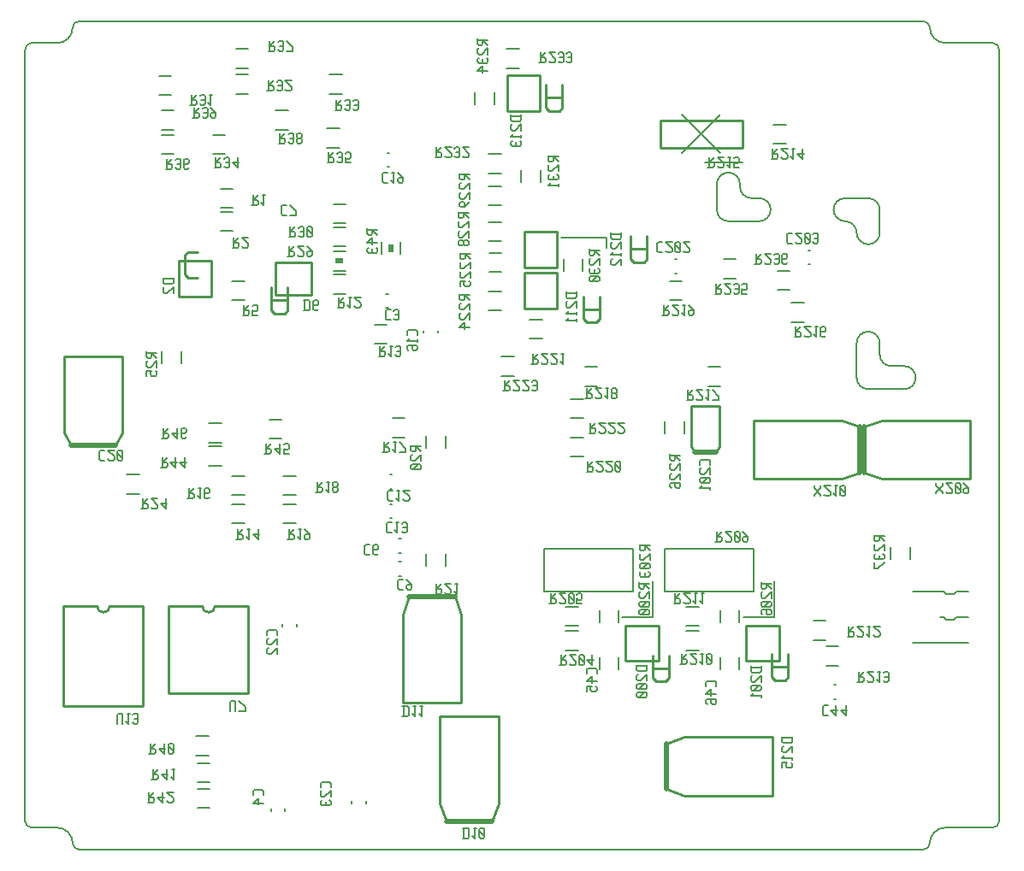
<source format=gbr>
G04 start of page 12 for group -4078 idx -4078 *
G04 Title: (unknown), bottomsilk *
G04 Creator: pcb 20091103 *
G04 CreationDate: Sun Apr 21 07:43:03 2024 UTC *
G04 For: bh *
G04 Format: Gerber/RS-274X *
G04 PCB-Dimensions: 560000 580000 *
G04 PCB-Coordinate-Origin: lower left *
%MOIN*%
%FSLAX25Y25*%
%LNBOTTOMSILK*%
%ADD11C,0.0200*%
%ADD13C,0.0100*%
%ADD52C,0.0060*%
%ADD56C,0.0102*%
%ADD89C,0.0080*%
G54D11*G36*
X207500Y337000D02*X209500D01*
Y334000D01*
X207500D01*
Y337000D01*
G37*
G36*
X187000Y331500D02*X190000D01*
Y329500D01*
X187000D01*
Y331500D01*
G37*
G54D52*X322000Y372500D02*X337000Y387500D01*
Y372500D02*X322000Y387500D01*
X331000Y369000D02*X345500D01*
X275000Y339500D02*X292500D01*
Y335500D01*
X422500Y191500D02*X424000D01*
X425000Y190500D01*
X428000D01*
X412000Y181500D02*X433500D01*
X428000Y190500D02*X429000Y191500D01*
X433500D01*
X298500D02*X310500D01*
X346000D02*X358000D01*
X412000Y201500D02*X424000D01*
X425000Y200500D01*
X428000D01*
X429000Y201500D01*
X433500D01*
X310500Y191500D02*Y205500D01*
X358000Y191500D02*Y205500D01*
G54D56*X310500Y167810D02*Y176700D01*
Y167810D02*X311770Y166540D01*
X315580D01*
X316850Y167810D01*
Y176700D01*
X310500Y171620D02*X316850D01*
X357000Y168310D02*Y177200D01*
Y168310D02*X358270Y167040D01*
X362080D01*
X363350Y168310D01*
Y177200D01*
X357000Y172120D02*X363350D01*
X269000Y390310D02*Y399200D01*
Y390310D02*X270270Y389040D01*
X274080D01*
X275350Y390310D01*
Y399200D01*
X269000Y394120D02*X275350D01*
X302000Y331310D02*Y340200D01*
Y331310D02*X303270Y330040D01*
X307080D01*
X308350Y331310D01*
Y340200D01*
X302000Y335120D02*X308350D01*
X283500Y307810D02*Y316700D01*
Y307810D02*X284770Y306540D01*
X288580D01*
X289850Y307810D01*
Y316700D01*
X283500Y311620D02*X289850D01*
X162000Y311310D02*Y320200D01*
Y311310D02*X163270Y310040D01*
X167080D01*
X168350Y311310D01*
Y320200D01*
X162000Y315120D02*X168350D01*
X129370Y334100D02*X133180D01*
X128100Y332830D02*X129370Y334100D01*
X128100Y325210D02*Y332830D01*
Y325210D02*X129370Y323940D01*
X133180D01*
G54D13*X313600Y374600D02*Y385400D01*
X345400D01*
Y374600D01*
X313600D01*
G54D89*X357638Y383740D02*X362362D01*
X357638Y376260D02*X362362D01*
X364638Y314240D02*X369362D01*
X364638Y306760D02*X369362D01*
X371107Y329245D02*X371893D01*
X371107Y334755D02*X371893D01*
X338138Y331240D02*X342862D01*
X338138Y323760D02*X342862D01*
X359138Y319260D02*X363862D01*
X359138Y326740D02*X363862D01*
X317138Y322740D02*X321862D01*
X317138Y315260D02*X321862D01*
X278638Y261740D02*X283362D01*
X278638Y254260D02*X283362D01*
X278638Y276740D02*X283362D01*
X278638Y269260D02*X283362D01*
X222260Y262362D02*Y257638D01*
X229740Y262362D02*Y257638D01*
X246638Y345740D02*X251362D01*
X246638Y338260D02*X251362D01*
G54D13*X260500Y328000D02*Y341900D01*
X273300D01*
Y328000D01*
X260500D01*
Y312000D02*Y325900D01*
X273300D01*
Y312000D01*
X260500D01*
G54D89*X283240Y331362D02*Y326638D01*
X275760Y331362D02*Y326638D01*
X276638Y178760D02*X281362D01*
X276638Y186240D02*X281362D01*
X276638Y188260D02*X281362D01*
X276638Y195740D02*X281362D01*
X284138Y289240D02*X288862D01*
X284138Y281760D02*X288862D01*
X268100Y218300D02*Y201700D01*
Y218300D02*X302900D01*
Y201700D01*
X268100D02*X302900D01*
X297240Y175862D02*Y171138D01*
X289760Y175862D02*Y171138D01*
X266740Y365862D02*Y361138D01*
X259260Y365862D02*Y361138D01*
X246638Y364760D02*X251362D01*
X246638Y372240D02*X251362D01*
G54D13*X266500Y403000D02*Y389100D01*
X253700D02*X266500D01*
X253700Y403000D02*Y389100D01*
Y403000D02*X266500D01*
G54D89*X248740Y396362D02*Y391638D01*
X241260Y396362D02*Y391638D01*
X253638Y405760D02*X258362D01*
X253638Y413240D02*X258362D01*
G54D11*X326700Y255900D02*X335300D01*
G54D13*X326700D02*X325500Y258300D01*
Y274100D02*Y258300D01*
Y274100D02*X336500D01*
Y258300D01*
X335300Y255900D01*
G54D89*X332138Y281760D02*X336862D01*
X332138Y289240D02*X336862D01*
X315260Y267862D02*Y263138D01*
X322740Y267862D02*Y263138D01*
X344240Y194362D02*Y189638D01*
X336760Y194362D02*Y189638D01*
X315100Y218300D02*Y201700D01*
Y218300D02*X349900D01*
Y201700D01*
X315100D02*X349900D01*
X410740Y218862D02*Y214138D01*
X403260Y218862D02*Y214138D01*
X373138Y182760D02*X377862D01*
X373138Y190240D02*X377862D01*
X378138Y172760D02*X382862D01*
X378138Y180240D02*X382862D01*
G54D11*X392900Y265900D02*Y248100D01*
G54D13*Y265900D02*X399900Y268400D01*
X434100D01*
Y245600D01*
X399900D02*X434100D01*
X399900D02*X392900Y248100D01*
X347000Y174500D02*Y188400D01*
X359800D01*
Y174500D01*
X347000D01*
G54D89*X381107Y159745D02*X381893D01*
X381107Y165255D02*X381893D01*
X323638Y188260D02*X328362D01*
X323638Y195740D02*X328362D01*
X323638Y178760D02*X328362D01*
X323638Y186240D02*X328362D01*
G54D13*X300000Y174500D02*Y188400D01*
X312800D01*
Y174500D01*
X300000D01*
G54D89*X297240Y194362D02*Y189638D01*
X289760Y194362D02*Y189638D01*
X344240Y175862D02*Y171138D01*
X336760Y175862D02*Y171138D01*
G54D11*X315900Y124600D02*Y142400D01*
G54D13*X322900Y144900D01*
X357100D01*
Y122100D01*
X322900D01*
X315900Y124600D01*
G54D11*X391100Y265900D02*Y248100D01*
G54D13*X384100Y245600D01*
X349900D02*X384100D01*
X349900Y268400D02*Y245600D01*
Y268400D02*X384100D01*
X391100Y265900D01*
G54D11*X215600Y199600D02*X233400D01*
G54D13*X235900Y192600D01*
Y158400D01*
X213100D02*X235900D01*
X213100Y192600D02*Y158400D01*
Y192600D02*X215600Y199600D01*
G54D11*X230100Y111900D02*X247900D01*
G54D13*X230100D02*X227600Y118900D01*
Y153100D02*Y118900D01*
Y153100D02*X250400D01*
Y118900D01*
X247900Y111900D01*
G54D89*X229740Y216362D02*Y211638D01*
X222260Y216362D02*Y211638D01*
X211607Y207745D02*X212393D01*
X211607Y213255D02*X212393D01*
X211607Y216745D02*X212393D01*
X211607Y222255D02*X212393D01*
X208107Y230245D02*X208893D01*
X208107Y235755D02*X208893D01*
X208107Y241745D02*X208893D01*
X208107Y247255D02*X208893D01*
X198755Y119893D02*Y119107D01*
X193245Y119893D02*Y119107D01*
X161745Y116893D02*Y116107D01*
X167255Y116893D02*Y116107D01*
G54D13*X153000Y196000D02*Y162000D01*
X122000D02*X153000D01*
X122000Y196000D02*Y162000D01*
X140000Y196000D02*X153000D01*
X122000D02*X135000D01*
G75*G03X140000Y196000I2500J0D01*G01*
X112000D02*Y157000D01*
X81000D02*X112000D01*
X81000Y196000D02*Y157000D01*
X99000Y196000D02*X112000D01*
X81000D02*X94000D01*
G75*G03X99000Y196000I2500J0D01*G01*
G54D89*X132638Y145240D02*X137362D01*
X132638Y137760D02*X137362D01*
X133138Y117260D02*X137862D01*
X133138Y124740D02*X137862D01*
X133138Y127260D02*X137862D01*
X133138Y134740D02*X137862D01*
X166245Y188893D02*Y188107D01*
X171755Y188893D02*Y188107D01*
X105638Y239760D02*X110362D01*
X105638Y247240D02*X110362D01*
X146638Y228260D02*X151362D01*
X146638Y235740D02*X151362D01*
X166638D02*X171362D01*
X166638Y228260D02*X171362D01*
X166638Y239260D02*X171362D01*
X166638Y246740D02*X171362D01*
X137638Y258240D02*X142362D01*
X137638Y250760D02*X142362D01*
X146638Y246740D02*X151362D01*
X146638Y239260D02*X151362D01*
X246638Y318740D02*X251362D01*
X246638Y311260D02*X251362D01*
X246745Y326217D02*X251469D01*
X246745Y333697D02*X251469D01*
X246638Y352260D02*X251362D01*
X246638Y359740D02*X251362D01*
X319107Y331255D02*X319893D01*
X319107Y325745D02*X319893D01*
X186138Y334240D02*X190862D01*
X186138Y326760D02*X190862D01*
X262638Y300260D02*X267362D01*
X262638Y307740D02*X267362D01*
X251638Y285760D02*X256362D01*
X251638Y293240D02*X256362D01*
X212240Y337862D02*Y333138D01*
X204760Y337862D02*Y333138D01*
X118138Y395260D02*X122862D01*
X118138Y402740D02*X122862D01*
X183638Y374760D02*X188362D01*
X183638Y382240D02*X188362D01*
X139138Y372260D02*X143862D01*
X139138Y379740D02*X143862D01*
X119138Y389240D02*X123862D01*
X119138Y381760D02*X123862D01*
X148138Y403240D02*X152862D01*
X148138Y395760D02*X152862D01*
X148138Y405760D02*X152862D01*
X148138Y413240D02*X152862D01*
X163638Y389240D02*X168362D01*
X163638Y381760D02*X168362D01*
X184638Y403240D02*X189362D01*
X184638Y395760D02*X189362D01*
X119138Y372260D02*X123862D01*
X119138Y379740D02*X123862D01*
G54D11*X83800Y258700D02*X101200D01*
G54D13*X83800D02*X81300Y263500D01*
Y293300D02*Y263500D01*
Y293300D02*X103700D01*
Y263500D01*
X101200Y258700D01*
G54D89*X119260Y295362D02*Y290638D01*
X126740Y295362D02*Y290638D01*
X207107Y372755D02*X207893D01*
X207107Y367245D02*X207893D01*
X209138Y261760D02*X213862D01*
X209138Y269240D02*X213862D01*
X161138Y261260D02*X165862D01*
X161138Y268740D02*X165862D01*
X137638Y259760D02*X142362D01*
X137638Y267240D02*X142362D01*
X226755Y303393D02*Y302607D01*
X221245Y303393D02*Y302607D01*
X202138Y298260D02*X206862D01*
X202138Y305740D02*X206862D01*
X146638Y322740D02*X151362D01*
X146638Y315260D02*X151362D01*
G54D13*X163500Y330000D02*X177400D01*
Y317200D01*
X163500D02*X177400D01*
X163500Y330000D02*Y317200D01*
G54D89*X142138Y358740D02*X146862D01*
X142138Y351260D02*X146862D01*
X206607Y312245D02*X207393D01*
X206607Y317755D02*X207393D01*
X186138Y325240D02*X190862D01*
X186138Y317760D02*X190862D01*
X186138Y345260D02*X190862D01*
X186138Y352740D02*X190862D01*
X186138Y336260D02*X190862D01*
X186138Y343740D02*X190862D01*
X142138Y342260D02*X146862D01*
X142138Y349740D02*X146862D01*
G54D13*X138500Y330500D02*Y316600D01*
X125700D02*X138500D01*
X125700Y330500D02*Y316600D01*
Y330500D02*X138500D01*
G54D52*X363350Y341350D02*X364850D01*
X362850Y340850D02*X363350Y341350D01*
X362850Y337850D02*Y340850D01*
Y337850D02*X363350Y337350D01*
X364850D01*
X366051Y337850D02*X366551Y337350D01*
X368051D01*
X368551Y337850D01*
Y338850D01*
X366051Y341350D02*X368551Y338850D01*
X366051Y341350D02*X368551D01*
X369752Y340850D02*X370252Y341350D01*
X369752Y337850D02*Y340850D01*
Y337850D02*X370252Y337350D01*
X371252D01*
X371752Y337850D01*
Y340850D01*
X371252Y341350D02*X371752Y340850D01*
X370252Y341350D02*X371252D01*
X369752Y340350D02*X371752Y338350D01*
X372953Y337850D02*X373453Y337350D01*
X374453D01*
X374953Y337850D01*
Y340850D01*
X374453Y341350D02*X374953Y340850D01*
X373453Y341350D02*X374453D01*
X372953Y340850D02*X373453Y341350D01*
Y339350D02*X374953D01*
X421000Y239900D02*Y240400D01*
X423500Y242900D01*
Y243900D01*
X421000Y242900D02*Y243900D01*
Y242900D02*X423500Y240400D01*
Y239900D02*Y240400D01*
X424701D02*X425201Y239900D01*
X426701D01*
X427201Y240400D01*
Y241400D01*
X424701Y243900D02*X427201Y241400D01*
X424701Y243900D02*X427201D01*
X428402Y243400D02*X428902Y243900D01*
X428402Y240400D02*Y243400D01*
Y240400D02*X428902Y239900D01*
X429902D01*
X430402Y240400D01*
Y243400D01*
X429902Y243900D02*X430402Y243400D01*
X428902Y243900D02*X429902D01*
X428402Y242900D02*X430402Y240900D01*
X431603Y243900D02*X433603Y241900D01*
Y240400D02*Y241900D01*
X433103Y239900D02*X433603Y240400D01*
X432103Y239900D02*X433103D01*
X431603Y240400D02*X432103Y239900D01*
X431603Y240400D02*Y241400D01*
X432103Y241900D01*
X433603D01*
X332000Y367100D02*X334000D01*
X334500Y367600D01*
Y368600D01*
X334000Y369100D02*X334500Y368600D01*
X332500Y369100D02*X334000D01*
X332500Y367100D02*Y371100D01*
Y369100D02*X334500Y371100D01*
X335701Y367600D02*X336201Y367100D01*
X337701D01*
X338201Y367600D01*
Y368600D01*
X335701Y371100D02*X338201Y368600D01*
X335701Y371100D02*X338201D01*
X339902D02*X340902D01*
X340402Y367100D02*Y371100D01*
X339402Y368100D02*X340402Y367100D01*
X342103D02*X344103D01*
X342103D02*Y369100D01*
X342603Y368600D01*
X343603D01*
X344103Y369100D01*
Y370600D01*
X343603Y371100D02*X344103Y370600D01*
X342603Y371100D02*X343603D01*
X342103Y370600D02*X342603Y371100D01*
X356850Y370350D02*X358850D01*
X359350Y370850D01*
Y371850D01*
X358850Y372350D02*X359350Y371850D01*
X357350Y372350D02*X358850D01*
X357350Y370350D02*Y374350D01*
Y372350D02*X359350Y374350D01*
X360551Y370850D02*X361051Y370350D01*
X362551D01*
X363051Y370850D01*
Y371850D01*
X360551Y374350D02*X363051Y371850D01*
X360551Y374350D02*X363051D01*
X364752D02*X365752D01*
X365252Y370350D02*Y374350D01*
X364252Y371350D02*X365252Y370350D01*
X366953Y372350D02*X368953Y370350D01*
X366953Y372350D02*X369453D01*
X368953Y370350D02*Y374350D01*
X312850Y337850D02*X314350D01*
X312350Y337350D02*X312850Y337850D01*
X312350Y334350D02*Y337350D01*
Y334350D02*X312850Y333850D01*
X314350D01*
X315551Y334350D02*X316051Y333850D01*
X317551D01*
X318051Y334350D01*
Y335350D01*
X315551Y337850D02*X318051Y335350D01*
X315551Y337850D02*X318051D01*
X319252Y337350D02*X319752Y337850D01*
X319252Y334350D02*Y337350D01*
Y334350D02*X319752Y333850D01*
X320752D01*
X321252Y334350D01*
Y337350D01*
X320752Y337850D02*X321252Y337350D01*
X319752Y337850D02*X320752D01*
X319252Y336850D02*X321252Y334850D01*
X322453Y334350D02*X322953Y333850D01*
X324453D01*
X324953Y334350D01*
Y335350D01*
X322453Y337850D02*X324953Y335350D01*
X322453Y337850D02*X324953D01*
X350350Y329350D02*X352350D01*
X352850Y329850D01*
Y330850D01*
X352350Y331350D02*X352850Y330850D01*
X350850Y331350D02*X352350D01*
X350850Y329350D02*Y333350D01*
Y331350D02*X352850Y333350D01*
X354051Y329850D02*X354551Y329350D01*
X356051D01*
X356551Y329850D01*
Y330850D01*
X354051Y333350D02*X356551Y330850D01*
X354051Y333350D02*X356551D01*
X357752Y329850D02*X358252Y329350D01*
X359252D01*
X359752Y329850D01*
Y332850D01*
X359252Y333350D02*X359752Y332850D01*
X358252Y333350D02*X359252D01*
X357752Y332850D02*X358252Y333350D01*
Y331350D02*X359752D01*
X362453Y329350D02*X362953Y329850D01*
X361453Y329350D02*X362453D01*
X360953Y329850D02*X361453Y329350D01*
X360953Y329850D02*Y332850D01*
X361453Y333350D01*
X362453Y331350D02*X362953Y331850D01*
X360953Y331350D02*X362453D01*
X361453Y333350D02*X362453D01*
X362953Y332850D01*
Y331850D02*Y332850D01*
X294200Y341000D02*X298200D01*
X294200Y339500D02*X294700Y339000D01*
X297700D01*
X298200Y339500D02*X297700Y339000D01*
X298200Y339500D02*Y341500D01*
X294200Y339500D02*Y341500D01*
X294700Y337799D02*X294200Y337299D01*
Y335799D02*Y337299D01*
Y335799D02*X294700Y335299D01*
X295700D01*
X298200Y337799D02*X295700Y335299D01*
X298200D02*Y337799D01*
Y332598D02*Y333598D01*
X294200Y333098D02*X298200D01*
X295200Y334098D02*X294200Y333098D01*
X294700Y331397D02*X294200Y330897D01*
Y329397D02*Y330897D01*
Y329397D02*X294700Y328897D01*
X295700D01*
X298200Y331397D02*X295700Y328897D01*
X298200D02*Y331397D01*
X285850Y333150D02*Y335150D01*
Y333150D02*X286350Y332650D01*
X287350D01*
X287850Y333150D02*X287350Y332650D01*
X287850Y333150D02*Y334650D01*
X285850D02*X289850D01*
X287850D02*X289850Y332650D01*
X286350Y331449D02*X285850Y330949D01*
Y329449D02*Y330949D01*
Y329449D02*X286350Y328949D01*
X287350D01*
X289850Y331449D02*X287350Y328949D01*
X289850D02*Y331449D01*
X286350Y327748D02*X285850Y327248D01*
Y326248D02*Y327248D01*
Y326248D02*X286350Y325748D01*
X289350D01*
X289850Y326248D02*X289350Y325748D01*
X289850Y326248D02*Y327248D01*
X289350Y327748D02*X289850Y327248D01*
X287850Y325748D02*Y327248D01*
X289350Y324547D02*X289850Y324047D01*
X286350Y324547D02*X289350D01*
X286350D02*X285850Y324047D01*
Y323047D02*Y324047D01*
Y323047D02*X286350Y322547D01*
X289350D01*
X289850Y323047D02*X289350Y322547D01*
X289850Y323047D02*Y324047D01*
X288850Y324547D02*X286850Y322547D01*
X266350Y407850D02*X268350D01*
X268850Y408350D01*
Y409350D01*
X268350Y409850D02*X268850Y409350D01*
X266850Y409850D02*X268350D01*
X266850Y407850D02*Y411850D01*
Y409850D02*X268850Y411850D01*
X270051Y408350D02*X270551Y407850D01*
X272051D01*
X272551Y408350D01*
Y409350D01*
X270051Y411850D02*X272551Y409350D01*
X270051Y411850D02*X272551D01*
X273752Y408350D02*X274252Y407850D01*
X275252D01*
X275752Y408350D01*
Y411350D01*
X275252Y411850D02*X275752Y411350D01*
X274252Y411850D02*X275252D01*
X273752Y411350D02*X274252Y411850D01*
Y409850D02*X275752D01*
X276953Y408350D02*X277453Y407850D01*
X278453D01*
X278953Y408350D01*
Y411350D01*
X278453Y411850D02*X278953Y411350D01*
X277453Y411850D02*X278453D01*
X276953Y411350D02*X277453Y411850D01*
Y409850D02*X278953D01*
X235350Y315650D02*Y317650D01*
Y315650D02*X235850Y315150D01*
X236850D01*
X237350Y315650D02*X236850Y315150D01*
X237350Y315650D02*Y317150D01*
X235350D02*X239350D01*
X237350D02*X239350Y315150D01*
X235850Y313949D02*X235350Y313449D01*
Y311949D02*Y313449D01*
Y311949D02*X235850Y311449D01*
X236850D01*
X239350Y313949D02*X236850Y311449D01*
X239350D02*Y313949D01*
X235850Y310248D02*X235350Y309748D01*
Y308248D02*Y309748D01*
Y308248D02*X235850Y307748D01*
X236850D01*
X239350Y310248D02*X236850Y307748D01*
X239350D02*Y310248D01*
X237350Y306547D02*X235350Y304547D01*
X237350Y304047D02*Y306547D01*
X235350Y304547D02*X239350D01*
X205350Y255850D02*X207350D01*
X207850Y256350D01*
Y257350D01*
X207350Y257850D02*X207850Y257350D01*
X205850Y257850D02*X207350D01*
X205850Y255850D02*Y259850D01*
Y257850D02*X207850Y259850D01*
X209551D02*X210551D01*
X210051Y255850D02*Y259850D01*
X209051Y256850D02*X210051Y255850D01*
X211752Y259850D02*X214252Y257350D01*
Y255850D02*Y257350D01*
X211752Y255850D02*X214252D01*
X199350Y341150D02*Y343150D01*
Y341150D02*X199850Y340650D01*
X200850D01*
X201350Y341150D02*X200850Y340650D01*
X201350Y341150D02*Y342650D01*
X199350D02*X203350D01*
X201350D02*X203350Y340650D01*
X201350Y339449D02*X199350Y337449D01*
X201350Y336949D02*Y339449D01*
X199350Y337449D02*X203350D01*
X199850Y335748D02*X199350Y335248D01*
Y334248D02*Y335248D01*
Y334248D02*X199850Y333748D01*
X202850D01*
X203350Y334248D02*X202850Y333748D01*
X203350Y334248D02*Y335248D01*
X202850Y335748D02*X203350Y335248D01*
X201350Y333748D02*Y335248D01*
X235393Y331757D02*Y333757D01*
Y331757D02*X235893Y331257D01*
X236893D01*
X237393Y331757D02*X236893Y331257D01*
X237393Y331757D02*Y333257D01*
X235393D02*X239393D01*
X237393D02*X239393Y331257D01*
X235893Y330056D02*X235393Y329556D01*
Y328056D02*Y329556D01*
Y328056D02*X235893Y327556D01*
X236893D01*
X239393Y330056D02*X236893Y327556D01*
X239393D02*Y330056D01*
X235893Y326355D02*X235393Y325855D01*
Y324355D02*Y325855D01*
Y324355D02*X235893Y323855D01*
X236893D01*
X239393Y326355D02*X236893Y323855D01*
X239393D02*Y326355D01*
X235393Y320654D02*Y322654D01*
X237393D01*
X236893Y322154D01*
Y321154D02*Y322154D01*
Y321154D02*X237393Y320654D01*
X238893D01*
X239393Y321154D02*X238893Y320654D01*
X239393Y321154D02*Y322154D01*
X238893Y322654D02*X239393Y322154D01*
X234850Y347650D02*Y349650D01*
Y347650D02*X235350Y347150D01*
X236350D01*
X236850Y347650D02*X236350Y347150D01*
X236850Y347650D02*Y349150D01*
X234850D02*X238850D01*
X236850D02*X238850Y347150D01*
X235350Y345949D02*X234850Y345449D01*
Y343949D02*Y345449D01*
Y343949D02*X235350Y343449D01*
X236350D01*
X238850Y345949D02*X236350Y343449D01*
X238850D02*Y345949D01*
X235350Y342248D02*X234850Y341748D01*
Y340248D02*Y341748D01*
Y340248D02*X235350Y339748D01*
X236350D01*
X238850Y342248D02*X236350Y339748D01*
X238850D02*Y342248D01*
X238350Y338547D02*X238850Y338047D01*
X237350Y338547D02*X238350D01*
X237350D02*X236850Y338047D01*
Y337047D02*Y338047D01*
Y337047D02*X237350Y336547D01*
X238350D01*
X238850Y337047D02*X238350Y336547D01*
X238850Y337047D02*Y338047D01*
X236350Y338547D02*X236850Y338047D01*
X235350Y338547D02*X236350D01*
X235350D02*X234850Y338047D01*
Y337047D02*Y338047D01*
Y337047D02*X235350Y336547D01*
X236350D01*
X236850Y337047D02*X236350Y336547D01*
X269850Y369650D02*Y371650D01*
Y369650D02*X270350Y369150D01*
X271350D01*
X271850Y369650D02*X271350Y369150D01*
X271850Y369650D02*Y371150D01*
X269850D02*X273850D01*
X271850D02*X273850Y369150D01*
X270350Y367949D02*X269850Y367449D01*
Y365949D02*Y367449D01*
Y365949D02*X270350Y365449D01*
X271350D01*
X273850Y367949D02*X271350Y365449D01*
X273850D02*Y367949D01*
X270350Y364248D02*X269850Y363748D01*
Y362748D02*Y363748D01*
Y362748D02*X270350Y362248D01*
X273350D01*
X273850Y362748D02*X273350Y362248D01*
X273850Y362748D02*Y363748D01*
X273350Y364248D02*X273850Y363748D01*
X271850Y362248D02*Y363748D01*
X273850Y359547D02*Y360547D01*
X269850Y360047D02*X273850D01*
X270850Y361047D02*X269850Y360047D01*
X235350Y362650D02*Y364650D01*
Y362650D02*X235850Y362150D01*
X236850D01*
X237350Y362650D02*X236850Y362150D01*
X237350Y362650D02*Y364150D01*
X235350D02*X239350D01*
X237350D02*X239350Y362150D01*
X235850Y360949D02*X235350Y360449D01*
Y358949D02*Y360449D01*
Y358949D02*X235850Y358449D01*
X236850D01*
X239350Y360949D02*X236850Y358449D01*
X239350D02*Y360949D01*
X235850Y357248D02*X235350Y356748D01*
Y355248D02*Y356748D01*
Y355248D02*X235850Y354748D01*
X236850D01*
X239350Y357248D02*X236850Y354748D01*
X239350D02*Y357248D01*
Y353547D02*X237350Y351547D01*
X235850D02*X237350D01*
X235350Y352047D02*X235850Y351547D01*
X235350Y352047D02*Y353047D01*
X235850Y353547D02*X235350Y353047D01*
X235850Y353547D02*X236850D01*
X237350Y353047D01*
Y351547D02*Y353047D01*
X205807Y364957D02*X207307D01*
X205307Y364457D02*X205807Y364957D01*
X205307Y361457D02*Y364457D01*
Y361457D02*X205807Y360957D01*
X207307D01*
X209008Y364957D02*X210008D01*
X209508Y360957D02*Y364957D01*
X208508Y361957D02*X209508Y360957D01*
X211209Y364957D02*X213209Y362957D01*
Y361457D02*Y362957D01*
X212709Y360957D02*X213209Y361457D01*
X211709Y360957D02*X212709D01*
X211209Y361457D02*X211709Y360957D01*
X211209Y361457D02*Y362457D01*
X211709Y362957D01*
X213209D01*
X225850Y370850D02*X227850D01*
X228350Y371350D01*
Y372350D01*
X227850Y372850D02*X228350Y372350D01*
X226350Y372850D02*X227850D01*
X226350Y370850D02*Y374850D01*
Y372850D02*X228350Y374850D01*
X229551Y371350D02*X230051Y370850D01*
X231551D01*
X232051Y371350D01*
Y372350D01*
X229551Y374850D02*X232051Y372350D01*
X229551Y374850D02*X232051D01*
X233252Y371350D02*X233752Y370850D01*
X234752D01*
X235252Y371350D01*
Y374350D01*
X234752Y374850D02*X235252Y374350D01*
X233752Y374850D02*X234752D01*
X233252Y374350D02*X233752Y374850D01*
Y372850D02*X235252D01*
X236453Y371350D02*X236953Y370850D01*
X238453D01*
X238953Y371350D01*
Y372350D01*
X236453Y374850D02*X238953Y372350D01*
X236453Y374850D02*X238953D01*
X255200Y387000D02*X259200D01*
X255200Y385500D02*X255700Y385000D01*
X258700D01*
X259200Y385500D02*X258700Y385000D01*
X259200Y385500D02*Y387500D01*
X255200Y385500D02*Y387500D01*
X255700Y383799D02*X255200Y383299D01*
Y381799D02*Y383299D01*
Y381799D02*X255700Y381299D01*
X256700D01*
X259200Y383799D02*X256700Y381299D01*
X259200D02*Y383799D01*
Y378598D02*Y379598D01*
X255200Y379098D02*X259200D01*
X256200Y380098D02*X255200Y379098D01*
X255700Y377397D02*X255200Y376897D01*
Y375897D02*Y376897D01*
Y375897D02*X255700Y375397D01*
X258700D01*
X259200Y375897D02*X258700Y375397D01*
X259200Y375897D02*Y376897D01*
X258700Y377397D02*X259200Y376897D01*
X257200Y375397D02*Y376897D01*
X284850Y248350D02*X286850D01*
X287350Y248850D01*
Y249850D01*
X286850Y250350D02*X287350Y249850D01*
X285350Y250350D02*X286850D01*
X285350Y248350D02*Y252350D01*
Y250350D02*X287350Y252350D01*
X288551Y248850D02*X289051Y248350D01*
X290551D01*
X291051Y248850D01*
Y249850D01*
X288551Y252350D02*X291051Y249850D01*
X288551Y252350D02*X291051D01*
X292252Y248850D02*X292752Y248350D01*
X294252D01*
X294752Y248850D01*
Y249850D01*
X292252Y252350D02*X294752Y249850D01*
X292252Y252350D02*X294752D01*
X295953Y251850D02*X296453Y252350D01*
X295953Y248850D02*Y251850D01*
Y248850D02*X296453Y248350D01*
X297453D01*
X297953Y248850D01*
Y251850D01*
X297453Y252350D02*X297953Y251850D01*
X296453Y252350D02*X297453D01*
X295953Y251350D02*X297953Y249350D01*
X285850Y263350D02*X287850D01*
X288350Y263850D01*
Y264850D01*
X287850Y265350D02*X288350Y264850D01*
X286350Y265350D02*X287850D01*
X286350Y263350D02*Y267350D01*
Y265350D02*X288350Y267350D01*
X289551Y263850D02*X290051Y263350D01*
X291551D01*
X292051Y263850D01*
Y264850D01*
X289551Y267350D02*X292051Y264850D01*
X289551Y267350D02*X292051D01*
X293252Y263850D02*X293752Y263350D01*
X295252D01*
X295752Y263850D01*
Y264850D01*
X293252Y267350D02*X295752Y264850D01*
X293252Y267350D02*X295752D01*
X296953Y263850D02*X297453Y263350D01*
X298953D01*
X299453Y263850D01*
Y264850D01*
X296953Y267350D02*X299453Y264850D01*
X296953Y267350D02*X299453D01*
X284350Y276850D02*X286350D01*
X286850Y277350D01*
Y278350D01*
X286350Y278850D02*X286850Y278350D01*
X284850Y278850D02*X286350D01*
X284850Y276850D02*Y280850D01*
Y278850D02*X286850Y280850D01*
X288051Y277350D02*X288551Y276850D01*
X290051D01*
X290551Y277350D01*
Y278350D01*
X288051Y280850D02*X290551Y278350D01*
X288051Y280850D02*X290551D01*
X292252D02*X293252D01*
X292752Y276850D02*Y280850D01*
X291752Y277850D02*X292752Y276850D01*
X294453Y280350D02*X294953Y280850D01*
X294453Y279350D02*Y280350D01*
Y279350D02*X294953Y278850D01*
X295953D01*
X296453Y279350D01*
Y280350D01*
X295953Y280850D02*X296453Y280350D01*
X294953Y280850D02*X295953D01*
X294453Y278350D02*X294953Y278850D01*
X294453Y277350D02*Y278350D01*
Y277350D02*X294953Y276850D01*
X295953D01*
X296453Y277350D01*
Y278350D01*
X295953Y278850D02*X296453Y278350D01*
X332900Y251000D02*Y252500D01*
X332400Y253000D02*X332900Y252500D01*
X329400Y253000D02*X332400D01*
X329400D02*X328900Y252500D01*
Y251000D02*Y252500D01*
X329400Y249799D02*X328900Y249299D01*
Y247799D02*Y249299D01*
Y247799D02*X329400Y247299D01*
X330400D01*
X332900Y249799D02*X330400Y247299D01*
X332900D02*Y249799D01*
X332400Y246098D02*X332900Y245598D01*
X329400Y246098D02*X332400D01*
X329400D02*X328900Y245598D01*
Y244598D02*Y245598D01*
Y244598D02*X329400Y244098D01*
X332400D01*
X332900Y244598D02*X332400Y244098D01*
X332900Y244598D02*Y245598D01*
X331900Y246098D02*X329900Y244098D01*
X332900Y241397D02*Y242397D01*
X328900Y241897D02*X332900D01*
X329900Y242897D02*X328900Y241897D01*
X323755Y276169D02*X325755D01*
X326255Y276669D01*
Y277669D01*
X325755Y278169D02*X326255Y277669D01*
X324255Y278169D02*X325755D01*
X324255Y276169D02*Y280169D01*
Y278169D02*X326255Y280169D01*
X327456Y276669D02*X327956Y276169D01*
X329456D01*
X329956Y276669D01*
Y277669D01*
X327456Y280169D02*X329956Y277669D01*
X327456Y280169D02*X329956D01*
X331657D02*X332657D01*
X332157Y276169D02*Y280169D01*
X331157Y277169D02*X332157Y276169D01*
X333858Y280169D02*X336358Y277669D01*
Y276169D02*Y277669D01*
X333858Y276169D02*X336358D01*
X317350Y253150D02*Y255150D01*
Y253150D02*X317850Y252650D01*
X318850D01*
X319350Y253150D02*X318850Y252650D01*
X319350Y253150D02*Y254650D01*
X317350D02*X321350D01*
X319350D02*X321350Y252650D01*
X317850Y251449D02*X317350Y250949D01*
Y249449D02*Y250949D01*
Y249449D02*X317850Y248949D01*
X318850D01*
X321350Y251449D02*X318850Y248949D01*
X321350D02*Y251449D01*
X317850Y247748D02*X317350Y247248D01*
Y245748D02*Y247248D01*
Y245748D02*X317850Y245248D01*
X318850D01*
X321350Y247748D02*X318850Y245248D01*
X321350D02*Y247748D01*
X317350Y242547D02*X317850Y242047D01*
X317350Y242547D02*Y243547D01*
X317850Y244047D02*X317350Y243547D01*
X317850Y244047D02*X320850D01*
X321350Y243547D01*
X319350Y242547D02*X319850Y242047D01*
X319350Y242547D02*Y244047D01*
X321350Y242547D02*Y243547D01*
Y242547D02*X320850Y242047D01*
X319850D02*X320850D01*
X373500Y238900D02*Y239400D01*
X376000Y241900D01*
Y242900D01*
X373500Y241900D02*Y242900D01*
Y241900D02*X376000Y239400D01*
Y238900D02*Y239400D01*
X377201D02*X377701Y238900D01*
X379201D01*
X379701Y239400D01*
Y240400D01*
X377201Y242900D02*X379701Y240400D01*
X377201Y242900D02*X379701D01*
X381402D02*X382402D01*
X381902Y238900D02*Y242900D01*
X380902Y239900D02*X381902Y238900D01*
X383603Y242400D02*X384103Y242900D01*
X383603Y239400D02*Y242400D01*
Y239400D02*X384103Y238900D01*
X385103D01*
X385603Y239400D01*
Y242400D01*
X385103Y242900D02*X385603Y242400D01*
X384103Y242900D02*X385103D01*
X383603Y241900D02*X385603Y239900D01*
X365850Y300850D02*X367850D01*
X368350Y301350D01*
Y302350D01*
X367850Y302850D02*X368350Y302350D01*
X366350Y302850D02*X367850D01*
X366350Y300850D02*Y304850D01*
Y302850D02*X368350Y304850D01*
X369551Y301350D02*X370051Y300850D01*
X371551D01*
X372051Y301350D01*
Y302350D01*
X369551Y304850D02*X372051Y302350D01*
X369551Y304850D02*X372051D01*
X373752D02*X374752D01*
X374252Y300850D02*Y304850D01*
X373252Y301850D02*X374252Y300850D01*
X377453D02*X377953Y301350D01*
X376453Y300850D02*X377453D01*
X375953Y301350D02*X376453Y300850D01*
X375953Y301350D02*Y304350D01*
X376453Y304850D01*
X377453Y302850D02*X377953Y303350D01*
X375953Y302850D02*X377453D01*
X376453Y304850D02*X377453D01*
X377953Y304350D01*
Y303350D02*Y304350D01*
X314350Y309350D02*X316350D01*
X316850Y309850D01*
Y310850D01*
X316350Y311350D02*X316850Y310850D01*
X314850Y311350D02*X316350D01*
X314850Y309350D02*Y313350D01*
Y311350D02*X316850Y313350D01*
X318051Y309850D02*X318551Y309350D01*
X320051D01*
X320551Y309850D01*
Y310850D01*
X318051Y313350D02*X320551Y310850D01*
X318051Y313350D02*X320551D01*
X322252D02*X323252D01*
X322752Y309350D02*Y313350D01*
X321752Y310350D02*X322752Y309350D01*
X324453Y313350D02*X326453Y311350D01*
Y309850D02*Y311350D01*
X325953Y309350D02*X326453Y309850D01*
X324953Y309350D02*X325953D01*
X324453Y309850D02*X324953Y309350D01*
X324453Y309850D02*Y310850D01*
X324953Y311350D01*
X326453D01*
X276700Y318000D02*X280700D01*
X276700Y316500D02*X277200Y316000D01*
X280200D01*
X280700Y316500D02*X280200Y316000D01*
X280700Y316500D02*Y318500D01*
X276700Y316500D02*Y318500D01*
X277200Y314799D02*X276700Y314299D01*
Y312799D02*Y314299D01*
Y312799D02*X277200Y312299D01*
X278200D01*
X280700Y314799D02*X278200Y312299D01*
X280700D02*Y314799D01*
Y309598D02*Y310598D01*
X276700Y310098D02*X280700D01*
X277700Y311098D02*X276700Y310098D01*
X280700Y306897D02*Y307897D01*
X276700Y307397D02*X280700D01*
X277700Y308397D02*X276700Y307397D01*
X334755Y317669D02*X336755D01*
X337255Y318169D01*
Y319169D01*
X336755Y319669D02*X337255Y319169D01*
X335255Y319669D02*X336755D01*
X335255Y317669D02*Y321669D01*
Y319669D02*X337255Y321669D01*
X338456Y318169D02*X338956Y317669D01*
X340456D01*
X340956Y318169D01*
Y319169D01*
X338456Y321669D02*X340956Y319169D01*
X338456Y321669D02*X340956D01*
X342157Y318169D02*X342657Y317669D01*
X343657D01*
X344157Y318169D01*
Y321169D01*
X343657Y321669D02*X344157Y321169D01*
X342657Y321669D02*X343657D01*
X342157Y321169D02*X342657Y321669D01*
Y319669D02*X344157D01*
X345358Y317669D02*X347358D01*
X345358D02*Y319669D01*
X345858Y319169D01*
X346858D01*
X347358Y319669D01*
Y321169D01*
X346858Y321669D02*X347358Y321169D01*
X345858Y321669D02*X346858D01*
X345358Y321169D02*X345858Y321669D01*
X305350Y203150D02*Y205150D01*
Y203150D02*X305850Y202650D01*
X306850D01*
X307350Y203150D02*X306850Y202650D01*
X307350Y203150D02*Y204650D01*
X305350D02*X309350D01*
X307350D02*X309350Y202650D01*
X305850Y201449D02*X305350Y200949D01*
Y199449D02*Y200949D01*
Y199449D02*X305850Y198949D01*
X306850D01*
X309350Y201449D02*X306850Y198949D01*
X309350D02*Y201449D01*
X308850Y197748D02*X309350Y197248D01*
X305850Y197748D02*X308850D01*
X305850D02*X305350Y197248D01*
Y196248D02*Y197248D01*
Y196248D02*X305850Y195748D01*
X308850D01*
X309350Y196248D02*X308850Y195748D01*
X309350Y196248D02*Y197248D01*
X308350Y197748D02*X306350Y195748D01*
X308850Y194547D02*X309350Y194047D01*
X305850Y194547D02*X308850D01*
X305850D02*X305350Y194047D01*
Y193047D02*Y194047D01*
Y193047D02*X305850Y192547D01*
X308850D01*
X309350Y193047D02*X308850Y192547D01*
X309350Y193047D02*Y194047D01*
X308350Y194547D02*X306350Y192547D01*
X318850Y196850D02*X320850D01*
X321350Y197350D01*
Y198350D01*
X320850Y198850D02*X321350Y198350D01*
X319350Y198850D02*X320850D01*
X319350Y196850D02*Y200850D01*
Y198850D02*X321350Y200850D01*
X322551Y197350D02*X323051Y196850D01*
X324551D01*
X325051Y197350D01*
Y198350D01*
X322551Y200850D02*X325051Y198350D01*
X322551Y200850D02*X325051D01*
X326752D02*X327752D01*
X327252Y196850D02*Y200850D01*
X326252Y197850D02*X327252Y196850D01*
X329453Y200850D02*X330453D01*
X329953Y196850D02*Y200850D01*
X328953Y197850D02*X329953Y196850D01*
X304200Y172500D02*X308200D01*
X304200Y171000D02*X304700Y170500D01*
X307700D01*
X308200Y171000D02*X307700Y170500D01*
X308200Y171000D02*Y173000D01*
X304200Y171000D02*Y173000D01*
X304700Y169299D02*X304200Y168799D01*
Y167299D02*Y168799D01*
Y167299D02*X304700Y166799D01*
X305700D01*
X308200Y169299D02*X305700Y166799D01*
X308200D02*Y169299D01*
X307700Y165598D02*X308200Y165098D01*
X304700Y165598D02*X307700D01*
X304700D02*X304200Y165098D01*
Y164098D02*Y165098D01*
Y164098D02*X304700Y163598D01*
X307700D01*
X308200Y164098D02*X307700Y163598D01*
X308200Y164098D02*Y165098D01*
X307200Y165598D02*X305200Y163598D01*
X307700Y162397D02*X308200Y161897D01*
X304700Y162397D02*X307700D01*
X304700D02*X304200Y161897D01*
Y160897D02*Y161897D01*
Y160897D02*X304700Y160397D01*
X307700D01*
X308200Y160897D02*X307700Y160397D01*
X308200Y160897D02*Y161897D01*
X307200Y162397D02*X305200Y160397D01*
X274350Y172850D02*X276350D01*
X276850Y173350D01*
Y174350D01*
X276350Y174850D02*X276850Y174350D01*
X274850Y174850D02*X276350D01*
X274850Y172850D02*Y176850D01*
Y174850D02*X276850Y176850D01*
X278051Y173350D02*X278551Y172850D01*
X280051D01*
X280551Y173350D01*
Y174350D01*
X278051Y176850D02*X280551Y174350D01*
X278051Y176850D02*X280551D01*
X281752Y176350D02*X282252Y176850D01*
X281752Y173350D02*Y176350D01*
Y173350D02*X282252Y172850D01*
X283252D01*
X283752Y173350D01*
Y176350D01*
X283252Y176850D02*X283752Y176350D01*
X282252Y176850D02*X283252D01*
X281752Y175850D02*X283752Y173850D01*
X284953Y174850D02*X286953Y172850D01*
X284953Y174850D02*X287453D01*
X286953Y172850D02*Y176850D01*
X270350Y196850D02*X272350D01*
X272850Y197350D01*
Y198350D01*
X272350Y198850D02*X272850Y198350D01*
X270850Y198850D02*X272350D01*
X270850Y196850D02*Y200850D01*
Y198850D02*X272850Y200850D01*
X274051Y197350D02*X274551Y196850D01*
X276051D01*
X276551Y197350D01*
Y198350D01*
X274051Y200850D02*X276551Y198350D01*
X274051Y200850D02*X276551D01*
X277752Y200350D02*X278252Y200850D01*
X277752Y197350D02*Y200350D01*
Y197350D02*X278252Y196850D01*
X279252D01*
X279752Y197350D01*
Y200350D01*
X279252Y200850D02*X279752Y200350D01*
X278252Y200850D02*X279252D01*
X277752Y199850D02*X279752Y197850D01*
X280953Y196850D02*X282953D01*
X280953D02*Y198850D01*
X281453Y198350D01*
X282453D01*
X282953Y198850D01*
Y200350D01*
X282453Y200850D02*X282953Y200350D01*
X281453Y200850D02*X282453D01*
X280953Y200350D02*X281453Y200850D01*
X348700Y172000D02*X352700D01*
X348700Y170500D02*X349200Y170000D01*
X352200D01*
X352700Y170500D02*X352200Y170000D01*
X352700Y170500D02*Y172500D01*
X348700Y170500D02*Y172500D01*
X349200Y168799D02*X348700Y168299D01*
Y166799D02*Y168299D01*
Y166799D02*X349200Y166299D01*
X350200D01*
X352700Y168799D02*X350200Y166299D01*
X352700D02*Y168799D01*
X352200Y165098D02*X352700Y164598D01*
X349200Y165098D02*X352200D01*
X349200D02*X348700Y164598D01*
Y163598D02*Y164598D01*
Y163598D02*X349200Y163098D01*
X352200D01*
X352700Y163598D02*X352200Y163098D01*
X352700Y163598D02*Y164598D01*
X351700Y165098D02*X349700Y163098D01*
X352700Y160397D02*Y161397D01*
X348700Y160897D02*X352700D01*
X349700Y161897D02*X348700Y160897D01*
X321350Y173350D02*X323350D01*
X323850Y173850D01*
Y174850D01*
X323350Y175350D02*X323850Y174850D01*
X321850Y175350D02*X323350D01*
X321850Y173350D02*Y177350D01*
Y175350D02*X323850Y177350D01*
X325051Y173850D02*X325551Y173350D01*
X327051D01*
X327551Y173850D01*
Y174850D01*
X325051Y177350D02*X327551Y174850D01*
X325051Y177350D02*X327551D01*
X329252D02*X330252D01*
X329752Y173350D02*Y177350D01*
X328752Y174350D02*X329752Y173350D01*
X331453Y176850D02*X331953Y177350D01*
X331453Y173850D02*Y176850D01*
Y173850D02*X331953Y173350D01*
X332953D01*
X333453Y173850D01*
Y176850D01*
X332953Y177350D02*X333453Y176850D01*
X331953Y177350D02*X332953D01*
X331453Y176350D02*X333453Y174350D01*
X288850Y169650D02*Y171150D01*
X288350Y171650D02*X288850Y171150D01*
X285350Y171650D02*X288350D01*
X285350D02*X284850Y171150D01*
Y169650D02*Y171150D01*
X286850Y168449D02*X284850Y166449D01*
X286850Y165949D02*Y168449D01*
X284850Y166449D02*X288850D01*
X284850Y162748D02*Y164748D01*
X286850D01*
X286350Y164248D01*
Y163248D02*Y164248D01*
Y163248D02*X286850Y162748D01*
X288350D01*
X288850Y163248D02*X288350Y162748D01*
X288850Y163248D02*Y164248D01*
X288350Y164748D02*X288850Y164248D01*
X225755Y200669D02*X227755D01*
X228255Y201169D01*
Y202169D01*
X227755Y202669D02*X228255Y202169D01*
X226255Y202669D02*X227755D01*
X226255Y200669D02*Y204669D01*
Y202669D02*X228255Y204669D01*
X229456Y201169D02*X229956Y200669D01*
X231456D01*
X231956Y201169D01*
Y202169D01*
X229456Y204669D02*X231956Y202169D01*
X229456Y204669D02*X231956D01*
X233657D02*X234657D01*
X234157Y200669D02*Y204669D01*
X233157Y201669D02*X234157Y200669D01*
X211850Y206350D02*X213350D01*
X211350Y205850D02*X211850Y206350D01*
X211350Y202850D02*Y205850D01*
Y202850D02*X211850Y202350D01*
X213350D01*
X214551Y206350D02*X216551Y204350D01*
Y202850D02*Y204350D01*
X216051Y202350D02*X216551Y202850D01*
X215051Y202350D02*X216051D01*
X214551Y202850D02*X215051Y202350D01*
X214551Y202850D02*Y203850D01*
X215051Y204350D01*
X216551D01*
X198850Y219850D02*X200350D01*
X198350Y219350D02*X198850Y219850D01*
X198350Y216350D02*Y219350D01*
Y216350D02*X198850Y215850D01*
X200350D01*
X203051D02*X203551Y216350D01*
X202051Y215850D02*X203051D01*
X201551Y216350D02*X202051Y215850D01*
X201551Y216350D02*Y219350D01*
X202051Y219850D01*
X203051Y217850D02*X203551Y218350D01*
X201551Y217850D02*X203051D01*
X202051Y219850D02*X203051D01*
X203551Y219350D01*
Y218350D02*Y219350D01*
X164243Y184607D02*Y186107D01*
X163743Y186607D02*X164243Y186107D01*
X160743Y186607D02*X163743D01*
X160743D02*X160243Y186107D01*
Y184607D02*Y186107D01*
X160743Y183406D02*X160243Y182906D01*
Y181406D02*Y182906D01*
Y181406D02*X160743Y180906D01*
X161743D01*
X164243Y183406D02*X161743Y180906D01*
X164243D02*Y183406D01*
X160743Y179705D02*X160243Y179205D01*
Y177705D02*Y179205D01*
Y177705D02*X160743Y177205D01*
X161743D01*
X164243Y179705D02*X161743Y177205D01*
X164243D02*Y179705D01*
X148350Y221850D02*X150350D01*
X150850Y222350D01*
Y223350D01*
X150350Y223850D02*X150850Y223350D01*
X148850Y223850D02*X150350D01*
X148850Y221850D02*Y225850D01*
Y223850D02*X150850Y225850D01*
X152551D02*X153551D01*
X153051Y221850D02*Y225850D01*
X152051Y222850D02*X153051Y221850D01*
X154752Y223850D02*X156752Y221850D01*
X154752Y223850D02*X157252D01*
X156752Y221850D02*Y225850D01*
X168350Y221850D02*X170350D01*
X170850Y222350D01*
Y223350D01*
X170350Y223850D02*X170850Y223350D01*
X168850Y223850D02*X170350D01*
X168850Y221850D02*Y225850D01*
Y223850D02*X170850Y225850D01*
X172551D02*X173551D01*
X173051Y221850D02*Y225850D01*
X172051Y222850D02*X173051Y221850D01*
X174752Y225850D02*X176752Y223850D01*
Y222350D02*Y223850D01*
X176252Y221850D02*X176752Y222350D01*
X175252Y221850D02*X176252D01*
X174752Y222350D02*X175252Y221850D01*
X174752Y222350D02*Y223350D01*
X175252Y223850D01*
X176752D01*
X213500Y152900D02*Y156900D01*
X215000Y152900D02*X215500Y153400D01*
Y156400D01*
X215000Y156900D02*X215500Y156400D01*
X213000Y156900D02*X215000D01*
X213000Y152900D02*X215000D01*
X217201Y156900D02*X218201D01*
X217701Y152900D02*Y156900D01*
X216701Y153900D02*X217701Y152900D01*
X219902Y156900D02*X220902D01*
X220402Y152900D02*Y156900D01*
X219402Y153900D02*X220402Y152900D01*
X237000Y105400D02*Y109400D01*
X238500Y105400D02*X239000Y105900D01*
Y108900D01*
X238500Y109400D02*X239000Y108900D01*
X236500Y109400D02*X238500D01*
X236500Y105400D02*X238500D01*
X240701Y109400D02*X241701D01*
X241201Y105400D02*Y109400D01*
X240201Y106400D02*X241201Y105400D01*
X242902Y108900D02*X243402Y109400D01*
X242902Y105900D02*Y108900D01*
Y105900D02*X243402Y105400D01*
X244402D01*
X244902Y105900D01*
Y108900D01*
X244402Y109400D02*X244902Y108900D01*
X243402Y109400D02*X244402D01*
X242902Y108400D02*X244902Y106400D01*
X185064Y125150D02*Y126650D01*
X184564Y127150D02*X185064Y126650D01*
X181564Y127150D02*X184564D01*
X181564D02*X181064Y126650D01*
Y125150D02*Y126650D01*
X181564Y123949D02*X181064Y123449D01*
Y121949D02*Y123449D01*
Y121949D02*X181564Y121449D01*
X182564D01*
X185064Y123949D02*X182564Y121449D01*
X185064D02*Y123949D01*
X181564Y120248D02*X181064Y119748D01*
Y118748D02*Y119748D01*
Y118748D02*X181564Y118248D01*
X184564D01*
X185064Y118748D02*X184564Y118248D01*
X185064Y118748D02*Y119748D01*
X184564Y120248D02*X185064Y119748D01*
X183064Y118248D02*Y119748D01*
X158850Y122150D02*Y123650D01*
X158350Y124150D02*X158850Y123650D01*
X155350Y124150D02*X158350D01*
X155350D02*X154850Y123650D01*
Y122150D02*Y123650D01*
X156850Y120949D02*X154850Y118949D01*
X156850Y118449D02*Y120949D01*
X154850Y118949D02*X158850D01*
X113850Y119350D02*X115850D01*
X116350Y119850D01*
Y120850D01*
X115850Y121350D02*X116350Y120850D01*
X114350Y121350D02*X115850D01*
X114350Y119350D02*Y123350D01*
Y121350D02*X116350Y123350D01*
X117551Y121350D02*X119551Y119350D01*
X117551Y121350D02*X120051D01*
X119551Y119350D02*Y123350D01*
X121252Y119850D02*X121752Y119350D01*
X123252D01*
X123752Y119850D01*
Y120850D01*
X121252Y123350D02*X123752Y120850D01*
X121252Y123350D02*X123752D01*
X115350Y128350D02*X117350D01*
X117850Y128850D01*
Y129850D01*
X117350Y130350D02*X117850Y129850D01*
X115850Y130350D02*X117350D01*
X115850Y128350D02*Y132350D01*
Y130350D02*X117850Y132350D01*
X119051Y130350D02*X121051Y128350D01*
X119051Y130350D02*X121551D01*
X121051Y128350D02*Y132350D01*
X123252D02*X124252D01*
X123752Y128350D02*Y132350D01*
X122752Y129350D02*X123752Y128350D01*
X146000Y155000D02*Y158500D01*
X146500Y159000D01*
X147500D01*
X148000Y158500D01*
Y155000D02*Y158500D01*
X149201Y159000D02*X151701Y156500D01*
Y155000D02*Y156500D01*
X149201Y155000D02*X151701D01*
X114350Y138350D02*X116350D01*
X116850Y138850D01*
Y139850D01*
X116350Y140350D02*X116850Y139850D01*
X114850Y140350D02*X116350D01*
X114850Y138350D02*Y142350D01*
Y140350D02*X116850Y142350D01*
X118051Y140350D02*X120051Y138350D01*
X118051Y140350D02*X120551D01*
X120051Y138350D02*Y142350D01*
X121752Y141850D02*X122252Y142350D01*
X121752Y138850D02*Y141850D01*
Y138850D02*X122252Y138350D01*
X123252D01*
X123752Y138850D01*
Y141850D01*
X123252Y142350D02*X123752Y141850D01*
X122252Y142350D02*X123252D01*
X121752Y141350D02*X123752Y139350D01*
X102000Y150000D02*Y153500D01*
X102500Y154000D01*
X103500D01*
X104000Y153500D01*
Y150000D02*Y153500D01*
X105701Y154000D02*X106701D01*
X106201Y150000D02*Y154000D01*
X105201Y151000D02*X106201Y150000D01*
X107902Y150500D02*X108402Y150000D01*
X109402D01*
X109902Y150500D01*
Y153500D01*
X109402Y154000D02*X109902Y153500D01*
X108402Y154000D02*X109402D01*
X107902Y153500D02*X108402Y154000D01*
Y152000D02*X109902D01*
X377307Y157243D02*X378807D01*
X376807Y156743D02*X377307Y157243D01*
X376807Y153743D02*Y156743D01*
Y153743D02*X377307Y153243D01*
X378807D01*
X380008Y155243D02*X382008Y153243D01*
X380008Y155243D02*X382508D01*
X382008Y153243D02*Y157243D01*
X383709Y155243D02*X385709Y153243D01*
X383709Y155243D02*X386209D01*
X385709Y153243D02*Y157243D01*
X360900Y144500D02*X364900D01*
X360900Y143000D02*X361400Y142500D01*
X364400D01*
X364900Y143000D02*X364400Y142500D01*
X364900Y143000D02*Y145000D01*
X360900Y143000D02*Y145000D01*
X361400Y141299D02*X360900Y140799D01*
Y139299D02*Y140799D01*
Y139299D02*X361400Y138799D01*
X362400D01*
X364900Y141299D02*X362400Y138799D01*
X364900D02*Y141299D01*
Y136098D02*Y137098D01*
X360900Y136598D02*X364900D01*
X361900Y137598D02*X360900Y136598D01*
Y132897D02*Y134897D01*
X362900D01*
X362400Y134397D01*
Y133397D02*Y134397D01*
Y133397D02*X362900Y132897D01*
X364400D01*
X364900Y133397D02*X364400Y132897D01*
X364900Y133397D02*Y134397D01*
X364400Y134897D02*X364900Y134397D01*
X335350Y164650D02*Y166150D01*
X334850Y166650D02*X335350Y166150D01*
X331850Y166650D02*X334850D01*
X331850D02*X331350Y166150D01*
Y164650D02*Y166150D01*
X333350Y163449D02*X331350Y161449D01*
X333350Y160949D02*Y163449D01*
X331350Y161449D02*X335350D01*
X331350Y158248D02*X331850Y157748D01*
X331350Y158248D02*Y159248D01*
X331850Y159748D02*X331350Y159248D01*
X331850Y159748D02*X334850D01*
X335350Y159248D01*
X333350Y158248D02*X333850Y157748D01*
X333350Y158248D02*Y159748D01*
X335350Y158248D02*Y159248D01*
Y158248D02*X334850Y157748D01*
X333850D02*X334850D01*
X390350Y166350D02*X392350D01*
X392850Y166850D01*
Y167850D01*
X392350Y168350D02*X392850Y167850D01*
X390850Y168350D02*X392350D01*
X390850Y166350D02*Y170350D01*
Y168350D02*X392850Y170350D01*
X394051Y166850D02*X394551Y166350D01*
X396051D01*
X396551Y166850D01*
Y167850D01*
X394051Y170350D02*X396551Y167850D01*
X394051Y170350D02*X396551D01*
X398252D02*X399252D01*
X398752Y166350D02*Y170350D01*
X397752Y167350D02*X398752Y166350D01*
X400453Y166850D02*X400953Y166350D01*
X401953D01*
X402453Y166850D01*
Y169850D01*
X401953Y170350D02*X402453Y169850D01*
X400953Y170350D02*X401953D01*
X400453Y169850D02*X400953Y170350D01*
Y168350D02*X402453D01*
X352850Y203150D02*Y205150D01*
Y203150D02*X353350Y202650D01*
X354350D01*
X354850Y203150D02*X354350Y202650D01*
X354850Y203150D02*Y204650D01*
X352850D02*X356850D01*
X354850D02*X356850Y202650D01*
X353350Y201449D02*X352850Y200949D01*
Y199449D02*Y200949D01*
Y199449D02*X353350Y198949D01*
X354350D01*
X356850Y201449D02*X354350Y198949D01*
X356850D02*Y201449D01*
X356350Y197748D02*X356850Y197248D01*
X353350Y197748D02*X356350D01*
X353350D02*X352850Y197248D01*
Y196248D02*Y197248D01*
Y196248D02*X353350Y195748D01*
X356350D01*
X356850Y196248D02*X356350Y195748D01*
X356850Y196248D02*Y197248D01*
X355850Y197748D02*X353850Y195748D01*
X352850Y193047D02*X353350Y192547D01*
X352850Y193047D02*Y194047D01*
X353350Y194547D02*X352850Y194047D01*
X353350Y194547D02*X356350D01*
X356850Y194047D01*
X354850Y193047D02*X355350Y192547D01*
X354850Y193047D02*Y194547D01*
X356850Y193047D02*Y194047D01*
Y193047D02*X356350Y192547D01*
X355350D02*X356350D01*
X305500Y218000D02*Y220000D01*
Y218000D02*X306000Y217500D01*
X307000D01*
X307500Y218000D02*X307000Y217500D01*
X307500Y218000D02*Y219500D01*
X305500D02*X309500D01*
X307500D02*X309500Y217500D01*
X306000Y216299D02*X305500Y215799D01*
Y214299D02*Y215799D01*
Y214299D02*X306000Y213799D01*
X307000D01*
X309500Y216299D02*X307000Y213799D01*
X309500D02*Y216299D01*
X309000Y212598D02*X309500Y212098D01*
X306000Y212598D02*X309000D01*
X306000D02*X305500Y212098D01*
Y211098D02*Y212098D01*
Y211098D02*X306000Y210598D01*
X309000D01*
X309500Y211098D02*X309000Y210598D01*
X309500Y211098D02*Y212098D01*
X308500Y212598D02*X306500Y210598D01*
X306000Y209397D02*X305500Y208897D01*
Y207897D02*Y208897D01*
Y207897D02*X306000Y207397D01*
X309000D01*
X309500Y207897D02*X309000Y207397D01*
X309500Y207897D02*Y208897D01*
X309000Y209397D02*X309500Y208897D01*
X307500Y207397D02*Y208897D01*
X335000Y221000D02*X337000D01*
X337500Y221500D01*
Y222500D01*
X337000Y223000D02*X337500Y222500D01*
X335500Y223000D02*X337000D01*
X335500Y221000D02*Y225000D01*
Y223000D02*X337500Y225000D01*
X338701Y221500D02*X339201Y221000D01*
X340701D01*
X341201Y221500D01*
Y222500D01*
X338701Y225000D02*X341201Y222500D01*
X338701Y225000D02*X341201D01*
X342402Y224500D02*X342902Y225000D01*
X342402Y221500D02*Y224500D01*
Y221500D02*X342902Y221000D01*
X343902D01*
X344402Y221500D01*
Y224500D01*
X343902Y225000D02*X344402Y224500D01*
X342902Y225000D02*X343902D01*
X342402Y224000D02*X344402Y222000D01*
X345603Y225000D02*X347603Y223000D01*
Y221500D02*Y223000D01*
X347103Y221000D02*X347603Y221500D01*
X346103Y221000D02*X347103D01*
X345603Y221500D02*X346103Y221000D01*
X345603Y221500D02*Y222500D01*
X346103Y223000D01*
X347603D01*
X396850Y221650D02*Y223650D01*
Y221650D02*X397350Y221150D01*
X398350D01*
X398850Y221650D02*X398350Y221150D01*
X398850Y221650D02*Y223150D01*
X396850D02*X400850D01*
X398850D02*X400850Y221150D01*
X397350Y219949D02*X396850Y219449D01*
Y217949D02*Y219449D01*
Y217949D02*X397350Y217449D01*
X398350D01*
X400850Y219949D02*X398350Y217449D01*
X400850D02*Y219949D01*
X397350Y216248D02*X396850Y215748D01*
Y214748D02*Y215748D01*
Y214748D02*X397350Y214248D01*
X400350D01*
X400850Y214748D02*X400350Y214248D01*
X400850Y214748D02*Y215748D01*
X400350Y216248D02*X400850Y215748D01*
X398850Y214248D02*Y215748D01*
X400850Y213047D02*X398350Y210547D01*
X396850D02*X398350D01*
X396850D02*Y213047D01*
X386445Y184031D02*X388445D01*
X388945Y184531D01*
Y185531D01*
X388445Y186031D02*X388945Y185531D01*
X386945Y186031D02*X388445D01*
X386945Y184031D02*Y188031D01*
Y186031D02*X388945Y188031D01*
X390146Y184531D02*X390646Y184031D01*
X392146D01*
X392646Y184531D01*
Y185531D01*
X390146Y188031D02*X392646Y185531D01*
X390146Y188031D02*X392646D01*
X394347D02*X395347D01*
X394847Y184031D02*Y188031D01*
X393847Y185031D02*X394847Y184031D01*
X396548Y184531D02*X397048Y184031D01*
X398548D01*
X399048Y184531D01*
Y185531D01*
X396548Y188031D02*X399048Y185531D01*
X396548Y188031D02*X399048D01*
X139850Y366850D02*X141850D01*
X142350Y367350D01*
Y368350D01*
X141850Y368850D02*X142350Y368350D01*
X140350Y368850D02*X141850D01*
X140350Y366850D02*Y370850D01*
Y368850D02*X142350Y370850D01*
X143551Y367350D02*X144051Y366850D01*
X145051D01*
X145551Y367350D01*
Y370350D01*
X145051Y370850D02*X145551Y370350D01*
X144051Y370850D02*X145051D01*
X143551Y370350D02*X144051Y370850D01*
Y368850D02*X145551D01*
X146752D02*X148752Y366850D01*
X146752Y368850D02*X149252D01*
X148752Y366850D02*Y370850D01*
X120850Y366350D02*X122850D01*
X123350Y366850D01*
Y367850D01*
X122850Y368350D02*X123350Y367850D01*
X121350Y368350D02*X122850D01*
X121350Y366350D02*Y370350D01*
Y368350D02*X123350Y370350D01*
X124551Y366850D02*X125051Y366350D01*
X126051D01*
X126551Y366850D01*
Y369850D01*
X126051Y370350D02*X126551Y369850D01*
X125051Y370350D02*X126051D01*
X124551Y369850D02*X125051Y370350D01*
Y368350D02*X126551D01*
X129252Y366350D02*X129752Y366850D01*
X128252Y366350D02*X129252D01*
X127752Y366850D02*X128252Y366350D01*
X127752Y366850D02*Y369850D01*
X128252Y370350D01*
X129252Y368350D02*X129752Y368850D01*
X127752Y368350D02*X129252D01*
X128252Y370350D02*X129252D01*
X129752Y369850D01*
Y368850D02*Y369850D01*
X130350Y391350D02*X132350D01*
X132850Y391850D01*
Y392850D01*
X132350Y393350D02*X132850Y392850D01*
X130850Y393350D02*X132350D01*
X130850Y391350D02*Y395350D01*
Y393350D02*X132850Y395350D01*
X134051Y391850D02*X134551Y391350D01*
X135551D01*
X136051Y391850D01*
Y394850D01*
X135551Y395350D02*X136051Y394850D01*
X134551Y395350D02*X135551D01*
X134051Y394850D02*X134551Y395350D01*
Y393350D02*X136051D01*
X137752Y395350D02*X138752D01*
X138252Y391350D02*Y395350D01*
X137252Y392350D02*X138252Y391350D01*
X131350Y386350D02*X133350D01*
X133850Y386850D01*
Y387850D01*
X133350Y388350D02*X133850Y387850D01*
X131850Y388350D02*X133350D01*
X131850Y386350D02*Y390350D01*
Y388350D02*X133850Y390350D01*
X135051Y386850D02*X135551Y386350D01*
X136551D01*
X137051Y386850D01*
Y389850D01*
X136551Y390350D02*X137051Y389850D01*
X135551Y390350D02*X136551D01*
X135051Y389850D02*X135551Y390350D01*
Y388350D02*X137051D01*
X138252Y390350D02*X140252Y388350D01*
Y386850D02*Y388350D01*
X139752Y386350D02*X140252Y386850D01*
X138752Y386350D02*X139752D01*
X138252Y386850D02*X138752Y386350D01*
X138252Y386850D02*Y387850D01*
X138752Y388350D01*
X140252D01*
X160850Y412350D02*X162850D01*
X163350Y412850D01*
Y413850D01*
X162850Y414350D02*X163350Y413850D01*
X161350Y414350D02*X162850D01*
X161350Y412350D02*Y416350D01*
Y414350D02*X163350Y416350D01*
X164551Y412850D02*X165051Y412350D01*
X166051D01*
X166551Y412850D01*
Y415850D01*
X166051Y416350D02*X166551Y415850D01*
X165051Y416350D02*X166051D01*
X164551Y415850D02*X165051Y416350D01*
Y414350D02*X166551D01*
X167752Y416350D02*X170252Y413850D01*
Y412350D02*Y413850D01*
X167752Y412350D02*X170252D01*
X242350Y415150D02*Y417150D01*
Y415150D02*X242850Y414650D01*
X243850D01*
X244350Y415150D02*X243850Y414650D01*
X244350Y415150D02*Y416650D01*
X242350D02*X246350D01*
X244350D02*X246350Y414650D01*
X242850Y413449D02*X242350Y412949D01*
Y411449D02*Y412949D01*
Y411449D02*X242850Y410949D01*
X243850D01*
X246350Y413449D02*X243850Y410949D01*
X246350D02*Y413449D01*
X242850Y409748D02*X242350Y409248D01*
Y408248D02*Y409248D01*
Y408248D02*X242850Y407748D01*
X245850D01*
X246350Y408248D02*X245850Y407748D01*
X246350Y408248D02*Y409248D01*
X245850Y409748D02*X246350Y409248D01*
X244350Y407748D02*Y409248D01*
Y406547D02*X242350Y404547D01*
X244350Y404047D02*Y406547D01*
X242350Y404547D02*X246350D01*
X183850Y368850D02*X185850D01*
X186350Y369350D01*
Y370350D01*
X185850Y370850D02*X186350Y370350D01*
X184350Y370850D02*X185850D01*
X184350Y368850D02*Y372850D01*
Y370850D02*X186350Y372850D01*
X187551Y369350D02*X188051Y368850D01*
X189051D01*
X189551Y369350D01*
Y372350D01*
X189051Y372850D02*X189551Y372350D01*
X188051Y372850D02*X189051D01*
X187551Y372350D02*X188051Y372850D01*
Y370850D02*X189551D01*
X190752Y368850D02*X192752D01*
X190752D02*Y370850D01*
X191252Y370350D01*
X192252D01*
X192752Y370850D01*
Y372350D01*
X192252Y372850D02*X192752Y372350D01*
X191252Y372850D02*X192252D01*
X190752Y372350D02*X191252Y372850D01*
X160350Y396850D02*X162350D01*
X162850Y397350D01*
Y398350D01*
X162350Y398850D02*X162850Y398350D01*
X160850Y398850D02*X162350D01*
X160850Y396850D02*Y400850D01*
Y398850D02*X162850Y400850D01*
X164051Y397350D02*X164551Y396850D01*
X165551D01*
X166051Y397350D01*
Y400350D01*
X165551Y400850D02*X166051Y400350D01*
X164551Y400850D02*X165551D01*
X164051Y400350D02*X164551Y400850D01*
Y398850D02*X166051D01*
X167252Y397350D02*X167752Y396850D01*
X169252D01*
X169752Y397350D01*
Y398350D01*
X167252Y400850D02*X169752Y398350D01*
X167252Y400850D02*X169752D01*
X164850Y376350D02*X166850D01*
X167350Y376850D01*
Y377850D01*
X166850Y378350D02*X167350Y377850D01*
X165350Y378350D02*X166850D01*
X165350Y376350D02*Y380350D01*
Y378350D02*X167350Y380350D01*
X168551Y376850D02*X169051Y376350D01*
X170051D01*
X170551Y376850D01*
Y379850D01*
X170051Y380350D02*X170551Y379850D01*
X169051Y380350D02*X170051D01*
X168551Y379850D02*X169051Y380350D01*
Y378350D02*X170551D01*
X171752Y379850D02*X172252Y380350D01*
X171752Y378850D02*Y379850D01*
Y378850D02*X172252Y378350D01*
X173252D01*
X173752Y378850D01*
Y379850D01*
X173252Y380350D02*X173752Y379850D01*
X172252Y380350D02*X173252D01*
X171752Y377850D02*X172252Y378350D01*
X171752Y376850D02*Y377850D01*
Y376850D02*X172252Y376350D01*
X173252D01*
X173752Y376850D01*
Y377850D01*
X173252Y378350D02*X173752Y377850D01*
X186850Y389350D02*X188850D01*
X189350Y389850D01*
Y390850D01*
X188850Y391350D02*X189350Y390850D01*
X187350Y391350D02*X188850D01*
X187350Y389350D02*Y393350D01*
Y391350D02*X189350Y393350D01*
X190551Y389850D02*X191051Y389350D01*
X192051D01*
X192551Y389850D01*
Y392850D01*
X192051Y393350D02*X192551Y392850D01*
X191051Y393350D02*X192051D01*
X190551Y392850D02*X191051Y393350D01*
Y391350D02*X192551D01*
X193752Y389850D02*X194252Y389350D01*
X195252D01*
X195752Y389850D01*
Y392850D01*
X195252Y393350D02*X195752Y392850D01*
X194252Y393350D02*X195252D01*
X193752Y392850D02*X194252Y393350D01*
Y391350D02*X195752D01*
X154255Y352169D02*X156255D01*
X156755Y352669D01*
Y353669D01*
X156255Y354169D02*X156755Y353669D01*
X154755Y354169D02*X156255D01*
X154755Y352169D02*Y356169D01*
Y354169D02*X156755Y356169D01*
X158456D02*X159456D01*
X158956Y352169D02*Y356169D01*
X157956Y353169D02*X158956Y352169D01*
X146755Y335669D02*X148755D01*
X149255Y336169D01*
Y337169D01*
X148755Y337669D02*X149255Y337169D01*
X147255Y337669D02*X148755D01*
X147255Y335669D02*Y339669D01*
Y337669D02*X149255Y339669D01*
X150456Y336169D02*X150956Y335669D01*
X152456D01*
X152956Y336169D01*
Y337169D01*
X150456Y339669D02*X152956Y337169D01*
X150456Y339669D02*X152956D01*
X166350Y352350D02*X167850D01*
X165850Y351850D02*X166350Y352350D01*
X165850Y348850D02*Y351850D01*
Y348850D02*X166350Y348350D01*
X167850D01*
X169051Y352350D02*X171551Y349850D01*
Y348350D02*Y349850D01*
X169051Y348350D02*X171551D01*
X168850Y339850D02*X170850D01*
X171350Y340350D01*
Y341350D01*
X170850Y341850D02*X171350Y341350D01*
X169350Y341850D02*X170850D01*
X169350Y339850D02*Y343850D01*
Y341850D02*X171350Y343850D01*
X172551Y340350D02*X173051Y339850D01*
X174051D01*
X174551Y340350D01*
Y343350D01*
X174051Y343850D02*X174551Y343350D01*
X173051Y343850D02*X174051D01*
X172551Y343350D02*X173051Y343850D01*
Y341850D02*X174551D01*
X175752Y343350D02*X176252Y343850D01*
X175752Y340350D02*Y343350D01*
Y340350D02*X176252Y339850D01*
X177252D01*
X177752Y340350D01*
Y343350D01*
X177252Y343850D02*X177752Y343350D01*
X176252Y343850D02*X177252D01*
X175752Y342850D02*X177752Y340850D01*
X168350Y332350D02*X170350D01*
X170850Y332850D01*
Y333850D01*
X170350Y334350D02*X170850Y333850D01*
X168850Y334350D02*X170350D01*
X168850Y332350D02*Y336350D01*
Y334350D02*X170850Y336350D01*
X172051Y332850D02*X172551Y332350D01*
X174051D01*
X174551Y332850D01*
Y333850D01*
X172051Y336350D02*X174551Y333850D01*
X172051Y336350D02*X174551D01*
X175752D02*X177752Y334350D01*
Y332850D02*Y334350D01*
X177252Y332350D02*X177752Y332850D01*
X176252Y332350D02*X177252D01*
X175752Y332850D02*X176252Y332350D01*
X175752Y332850D02*Y333850D01*
X176252Y334350D01*
X177752D01*
X263350Y290350D02*X265350D01*
X265850Y290850D01*
Y291850D01*
X265350Y292350D02*X265850Y291850D01*
X263850Y292350D02*X265350D01*
X263850Y290350D02*Y294350D01*
Y292350D02*X265850Y294350D01*
X267051Y290850D02*X267551Y290350D01*
X269051D01*
X269551Y290850D01*
Y291850D01*
X267051Y294350D02*X269551Y291850D01*
X267051Y294350D02*X269551D01*
X270752Y290850D02*X271252Y290350D01*
X272752D01*
X273252Y290850D01*
Y291850D01*
X270752Y294350D02*X273252Y291850D01*
X270752Y294350D02*X273252D01*
X274953D02*X275953D01*
X275453Y290350D02*Y294350D01*
X274453Y291350D02*X275453Y290350D01*
X252350Y279850D02*X254350D01*
X254850Y280350D01*
Y281350D01*
X254350Y281850D02*X254850Y281350D01*
X252850Y281850D02*X254350D01*
X252850Y279850D02*Y283850D01*
Y281850D02*X254850Y283850D01*
X256051Y280350D02*X256551Y279850D01*
X258051D01*
X258551Y280350D01*
Y281350D01*
X256051Y283850D02*X258551Y281350D01*
X256051Y283850D02*X258551D01*
X259752Y280350D02*X260252Y279850D01*
X261752D01*
X262252Y280350D01*
Y281350D01*
X259752Y283850D02*X262252Y281350D01*
X259752Y283850D02*X262252D01*
X263453Y280350D02*X263953Y279850D01*
X264953D01*
X265453Y280350D01*
Y283350D01*
X264953Y283850D02*X265453Y283350D01*
X263953Y283850D02*X264953D01*
X263453Y283350D02*X263953Y283850D01*
Y281850D02*X265453D01*
X113350Y293150D02*Y295150D01*
Y293150D02*X113850Y292650D01*
X114850D01*
X115350Y293150D02*X114850Y292650D01*
X115350Y293150D02*Y294650D01*
X113350D02*X117350D01*
X115350D02*X117350Y292650D01*
X113850Y291449D02*X113350Y290949D01*
Y289449D02*Y290949D01*
Y289449D02*X113850Y288949D01*
X114850D01*
X117350Y291449D02*X114850Y288949D01*
X117350D02*Y291449D01*
X113350Y285748D02*Y287748D01*
X115350D01*
X114850Y287248D01*
Y286248D02*Y287248D01*
Y286248D02*X115350Y285748D01*
X116850D01*
X117350Y286248D02*X116850Y285748D01*
X117350Y286248D02*Y287248D01*
X116850Y287748D02*X117350Y287248D01*
X218743Y301607D02*Y303107D01*
X218243Y303607D02*X218743Y303107D01*
X215243Y303607D02*X218243D01*
X215243D02*X214743Y303107D01*
Y301607D02*Y303107D01*
X218743Y298906D02*Y299906D01*
X214743Y299406D02*X218743D01*
X215743Y300406D02*X214743Y299406D01*
Y296205D02*X215243Y295705D01*
X214743Y296205D02*Y297205D01*
X215243Y297705D02*X214743Y297205D01*
X215243Y297705D02*X218243D01*
X218743Y297205D01*
X216743Y296205D02*X217243Y295705D01*
X216743Y296205D02*Y297705D01*
X218743Y296205D02*Y297205D01*
Y296205D02*X218243Y295705D01*
X217243D02*X218243D01*
X203850Y293350D02*X205850D01*
X206350Y293850D01*
Y294850D01*
X205850Y295350D02*X206350Y294850D01*
X204350Y295350D02*X205850D01*
X204350Y293350D02*Y297350D01*
Y295350D02*X206350Y297350D01*
X208051D02*X209051D01*
X208551Y293350D02*Y297350D01*
X207551Y294350D02*X208551Y293350D01*
X210252Y293850D02*X210752Y293350D01*
X211752D01*
X212252Y293850D01*
Y296850D01*
X211752Y297350D02*X212252Y296850D01*
X210752Y297350D02*X211752D01*
X210252Y296850D02*X210752Y297350D01*
Y295350D02*X212252D01*
X206893Y311457D02*X208393D01*
X206393Y310957D02*X206893Y311457D01*
X206393Y307957D02*Y310957D01*
Y307957D02*X206893Y307457D01*
X208393D01*
X209594Y307957D02*X210094Y307457D01*
X211094D01*
X211594Y307957D01*
Y310957D01*
X211094Y311457D02*X211594Y310957D01*
X210094Y311457D02*X211094D01*
X209594Y310957D02*X210094Y311457D01*
Y309457D02*X211594D01*
X187850Y312350D02*X189850D01*
X190350Y312850D01*
Y313850D01*
X189850Y314350D02*X190350Y313850D01*
X188350Y314350D02*X189850D01*
X188350Y312350D02*Y316350D01*
Y314350D02*X190350Y316350D01*
X192051D02*X193051D01*
X192551Y312350D02*Y316350D01*
X191551Y313350D02*X192551Y312350D01*
X194252Y312850D02*X194752Y312350D01*
X196252D01*
X196752Y312850D01*
Y313850D01*
X194252Y316350D02*X196752Y313850D01*
X194252Y316350D02*X196752D01*
X150850Y309350D02*X152850D01*
X153350Y309850D01*
Y310850D01*
X152850Y311350D02*X153350Y310850D01*
X151350Y311350D02*X152850D01*
X151350Y309350D02*Y313350D01*
Y311350D02*X153350Y313350D01*
X154551Y309350D02*X156551D01*
X154551D02*Y311350D01*
X155051Y310850D01*
X156051D01*
X156551Y311350D01*
Y312850D01*
X156051Y313350D02*X156551Y312850D01*
X155051Y313350D02*X156051D01*
X154551Y312850D02*X155051Y313350D01*
X175000Y311200D02*Y315200D01*
X176500Y311200D02*X177000Y311700D01*
Y314700D01*
X176500Y315200D02*X177000Y314700D01*
X174500Y315200D02*X176500D01*
X174500Y311200D02*X176500D01*
X179701D02*X180201Y311700D01*
X178701Y311200D02*X179701D01*
X178201Y311700D02*X178701Y311200D01*
X178201Y311700D02*Y314700D01*
X178701Y315200D01*
X179701Y313200D02*X180201Y313700D01*
X178201Y313200D02*X179701D01*
X178701Y315200D02*X179701D01*
X180201Y314700D01*
Y313700D02*Y314700D01*
X119700Y323500D02*X123700D01*
X119700Y322000D02*X120200Y321500D01*
X123200D01*
X123700Y322000D02*X123200Y321500D01*
X123700Y322000D02*Y324000D01*
X119700Y322000D02*Y324000D01*
X120200Y320299D02*X119700Y319799D01*
Y318299D02*Y319799D01*
Y318299D02*X120200Y317799D01*
X121200D01*
X123700Y320299D02*X121200Y317799D01*
X123700D02*Y320299D01*
X95500Y256700D02*X97000D01*
X95000Y256200D02*X95500Y256700D01*
X95000Y253200D02*Y256200D01*
Y253200D02*X95500Y252700D01*
X97000D01*
X98201Y253200D02*X98701Y252700D01*
X100201D01*
X100701Y253200D01*
Y254200D01*
X98201Y256700D02*X100701Y254200D01*
X98201Y256700D02*X100701D01*
X101902Y256200D02*X102402Y256700D01*
X101902Y253200D02*Y256200D01*
Y253200D02*X102402Y252700D01*
X103402D01*
X103902Y253200D01*
Y256200D01*
X103402Y256700D02*X103902Y256200D01*
X102402Y256700D02*X103402D01*
X101902Y255700D02*X103902Y253700D01*
X216350Y256650D02*Y258650D01*
Y256650D02*X216850Y256150D01*
X217850D01*
X218350Y256650D02*X217850Y256150D01*
X218350Y256650D02*Y258150D01*
X216350D02*X220350D01*
X218350D02*X220350Y256150D01*
X216850Y254949D02*X216350Y254449D01*
Y252949D02*Y254449D01*
Y252949D02*X216850Y252449D01*
X217850D01*
X220350Y254949D02*X217850Y252449D01*
X220350D02*Y254949D01*
X219850Y251248D02*X220350Y250748D01*
X216850Y251248D02*X219850D01*
X216850D02*X216350Y250748D01*
Y249748D02*Y250748D01*
Y249748D02*X216850Y249248D01*
X219850D01*
X220350Y249748D02*X219850Y249248D01*
X220350Y249748D02*Y250748D01*
X219350Y251248D02*X217350Y249248D01*
X207307Y228457D02*X208807D01*
X206807Y227957D02*X207307Y228457D01*
X206807Y224957D02*Y227957D01*
Y224957D02*X207307Y224457D01*
X208807D01*
X210508Y228457D02*X211508D01*
X211008Y224457D02*Y228457D01*
X210008Y225457D02*X211008Y224457D01*
X212709Y224957D02*X213209Y224457D01*
X214209D01*
X214709Y224957D01*
Y227957D01*
X214209Y228457D02*X214709Y227957D01*
X213209Y228457D02*X214209D01*
X212709Y227957D02*X213209Y228457D01*
Y226457D02*X214709D01*
X207807Y240957D02*X209307D01*
X207307Y240457D02*X207807Y240957D01*
X207307Y237457D02*Y240457D01*
Y237457D02*X207807Y236957D01*
X209307D01*
X211008Y240957D02*X212008D01*
X211508Y236957D02*Y240957D01*
X210508Y237957D02*X211508Y236957D01*
X213209Y237457D02*X213709Y236957D01*
X215209D01*
X215709Y237457D01*
Y238457D01*
X213209Y240957D02*X215709Y238457D01*
X213209Y240957D02*X215709D01*
X111350Y233850D02*X113350D01*
X113850Y234350D01*
Y235350D01*
X113350Y235850D02*X113850Y235350D01*
X111850Y235850D02*X113350D01*
X111850Y233850D02*Y237850D01*
Y235850D02*X113850Y237850D01*
X115051Y234350D02*X115551Y233850D01*
X117051D01*
X117551Y234350D01*
Y235350D01*
X115051Y237850D02*X117551Y235350D01*
X115051Y237850D02*X117551D01*
X118752Y235850D02*X120752Y233850D01*
X118752Y235850D02*X121252D01*
X120752Y233850D02*Y237850D01*
X179350Y240350D02*X181350D01*
X181850Y240850D01*
Y241850D01*
X181350Y242350D02*X181850Y241850D01*
X179850Y242350D02*X181350D01*
X179850Y240350D02*Y244350D01*
Y242350D02*X181850Y244350D01*
X183551D02*X184551D01*
X184051Y240350D02*Y244350D01*
X183051Y241350D02*X184051Y240350D01*
X185752Y243850D02*X186252Y244350D01*
X185752Y242850D02*Y243850D01*
Y242850D02*X186252Y242350D01*
X187252D01*
X187752Y242850D01*
Y243850D01*
X187252Y244350D02*X187752Y243850D01*
X186252Y244350D02*X187252D01*
X185752Y241850D02*X186252Y242350D01*
X185752Y240850D02*Y241850D01*
Y240850D02*X186252Y240350D01*
X187252D01*
X187752Y240850D01*
Y241850D01*
X187252Y242350D02*X187752Y241850D01*
X159350Y255350D02*X161350D01*
X161850Y255850D01*
Y256850D01*
X161350Y257350D02*X161850Y256850D01*
X159850Y257350D02*X161350D01*
X159850Y255350D02*Y259350D01*
Y257350D02*X161850Y259350D01*
X163051Y257350D02*X165051Y255350D01*
X163051Y257350D02*X165551D01*
X165051Y255350D02*Y259350D01*
X166752Y255350D02*X168752D01*
X166752D02*Y257350D01*
X167252Y256850D01*
X168252D01*
X168752Y257350D01*
Y258850D01*
X168252Y259350D02*X168752Y258850D01*
X167252Y259350D02*X168252D01*
X166752Y258850D02*X167252Y259350D01*
X119350Y261350D02*X121350D01*
X121850Y261850D01*
Y262850D01*
X121350Y263350D02*X121850Y262850D01*
X119850Y263350D02*X121350D01*
X119850Y261350D02*Y265350D01*
Y263350D02*X121850Y265350D01*
X123051Y263350D02*X125051Y261350D01*
X123051Y263350D02*X125551D01*
X125051Y261350D02*Y265350D01*
X128252Y261350D02*X128752Y261850D01*
X127252Y261350D02*X128252D01*
X126752Y261850D02*X127252Y261350D01*
X126752Y261850D02*Y264850D01*
X127252Y265350D01*
X128252Y263350D02*X128752Y263850D01*
X126752Y263350D02*X128252D01*
X127252Y265350D02*X128252D01*
X128752Y264850D01*
Y263850D02*Y264850D01*
X118945Y250031D02*X120945D01*
X121445Y250531D01*
Y251531D01*
X120945Y252031D02*X121445Y251531D01*
X119445Y252031D02*X120945D01*
X119445Y250031D02*Y254031D01*
Y252031D02*X121445Y254031D01*
X122646Y252031D02*X124646Y250031D01*
X122646Y252031D02*X125146D01*
X124646Y250031D02*Y254031D01*
X126347Y252031D02*X128347Y250031D01*
X126347Y252031D02*X128847D01*
X128347Y250031D02*Y254031D01*
X129350Y237850D02*X131350D01*
X131850Y238350D01*
Y239350D01*
X131350Y239850D02*X131850Y239350D01*
X129850Y239850D02*X131350D01*
X129850Y237850D02*Y241850D01*
Y239850D02*X131850Y241850D01*
X133551D02*X134551D01*
X134051Y237850D02*Y241850D01*
X133051Y238850D02*X134051Y237850D01*
X137252D02*X137752Y238350D01*
X136252Y237850D02*X137252D01*
X135752Y238350D02*X136252Y237850D01*
X135752Y238350D02*Y241350D01*
X136252Y241850D01*
X137252Y239850D02*X137752Y240350D01*
X135752Y239850D02*X137252D01*
X136252Y241850D02*X137252D01*
X137752Y241350D01*
Y240350D02*Y241350D01*
X87000Y101000D02*X416000D01*
X66000Y413000D02*Y112000D01*
X68500Y109500D02*X78500D01*
X68500Y415500D02*X78500D01*
X424500D02*X443000D01*
X445500Y413000D02*Y112000D01*
X424500Y109500D02*X443000D01*
X394500Y280500D02*X408500D01*
X87000Y424000D02*X416000D01*
X390000Y298500D02*Y285000D01*
X399000Y298500D02*Y294000D01*
X403500Y289500D02*X408500D01*
X335500Y360500D02*Y350500D01*
X349000Y355000D02*X352000D01*
X399000Y350500D02*Y341500D01*
X340000Y346000D02*X352000D01*
X385500Y355000D02*X394500D01*
X344500Y360500D02*Y359500D01*
X84500Y421500D02*G75*G02X87000Y424000I2500J0D01*G01*
X66000Y413000D02*G75*G02X68500Y415500I2500J0D01*G01*
X78500Y109500D02*G75*G02X84500Y103500I0J-6000D01*G01*
Y421500D02*G75*G02X78500Y415500I-6000J0D01*G01*
X68500Y109500D02*G75*G02X66000Y112000I0J2500D01*G01*
X87000Y101000D02*G75*G02X84500Y103500I0J2500D01*G01*
X445500Y112000D02*G75*G02X443000Y109500I-2500J0D01*G01*
X418500Y103500D02*G75*G02X416000Y101000I-2500J0D01*G01*
Y424000D02*G75*G02X418500Y421500I0J-2500D01*G01*
X443000Y415500D02*G75*G02X445500Y413000I0J-2500D01*G01*
X418500Y103500D02*G75*G02X424500Y109500I6000J0D01*G01*
Y415500D02*G75*G02X418500Y421500I0J6000D01*G01*
X408500Y280500D02*G75*G03X413000Y285000I0J4500D01*G01*
G75*G03X408500Y289500I-4500J0D01*G01*
X390000Y285000D02*G75*G03X394500Y280500I4500J0D01*G01*
X390000Y341500D02*G75*G03X394500Y337000I4500J0D01*G01*
G75*G03X399000Y341500I0J4500D01*G01*
Y298500D02*G75*G03X394500Y303000I-4500J0D01*G01*
G75*G03X390000Y298500I0J-4500D01*G01*
X385500Y355000D02*G75*G03X381000Y350500I0J-4500D01*G01*
G75*G03X385500Y346000I4500J0D01*G01*
X399000Y350500D02*G75*G03X394500Y355000I-4500J0D01*G01*
X390000Y341500D02*G75*G03X385500Y346000I-4500J0D01*G01*
X344500Y359500D02*G75*G03X349000Y355000I4500J0D01*G01*
X340000Y365000D02*G75*G03X335500Y360500I0J-4500D01*G01*
X344500D02*G75*G03X340000Y365000I-4500J0D01*G01*
X335500Y350500D02*G75*G03X340000Y346000I4500J0D01*G01*
X352000D02*G75*G03X356500Y350500I0J4500D01*G01*
G75*G03X352000Y355000I-4500J0D01*G01*
X399000Y294000D02*G75*G03X403500Y289500I4500J0D01*G01*
M02*

</source>
